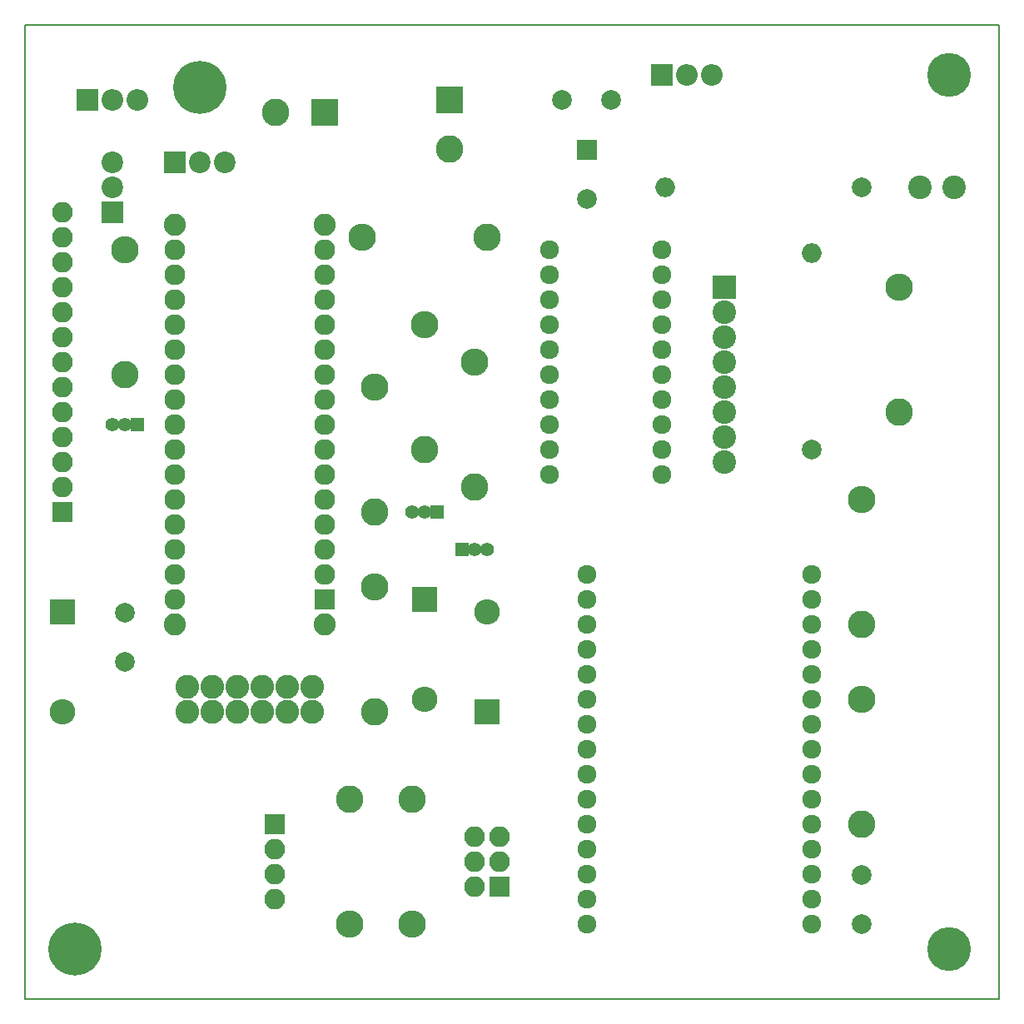
<source format=gbr>
%TF.GenerationSoftware,KiCad,Pcbnew,4.0.7*%
%TF.CreationDate,2018-09-08T06:02:45+02:00*%
%TF.ProjectId,BrauNxGen,427261754E7847656E2E6B696361645F,rev?*%
%TF.FileFunction,Soldermask,Bot*%
%FSLAX46Y46*%
G04 Gerber Fmt 4.6, Leading zero omitted, Abs format (unit mm)*
G04 Created by KiCad (PCBNEW 4.0.7) date 09/08/18 06:02:45*
%MOMM*%
%LPD*%
G01*
G04 APERTURE LIST*
%ADD10C,0.100000*%
%ADD11C,0.150000*%
%ADD12C,2.127200*%
%ADD13R,2.127200X2.127200*%
%ADD14C,2.250000*%
%ADD15C,2.000000*%
%ADD16O,2.000000X2.000000*%
%ADD17R,2.800000X2.800000*%
%ADD18C,2.800000*%
%ADD19R,2.000000X2.000000*%
%ADD20R,2.600000X2.600000*%
%ADD21O,2.600000X2.600000*%
%ADD22C,2.398980*%
%ADD23R,2.400000X2.400000*%
%ADD24C,2.400000*%
%ADD25O,2.800000X2.800000*%
%ADD26C,1.924000*%
%ADD27C,2.420000*%
%ADD28R,1.400000X1.400000*%
%ADD29C,1.400000*%
%ADD30R,2.200000X2.200000*%
%ADD31O,2.200000X2.200000*%
%ADD32C,2.200000*%
%ADD33R,2.100000X2.100000*%
%ADD34O,2.100000X2.100000*%
%ADD35C,4.464000*%
%ADD36C,5.400000*%
G04 APERTURE END LIST*
D10*
D11*
X82550000Y-130810000D02*
X82550000Y-31750000D01*
X181610000Y-130810000D02*
X82550000Y-130810000D01*
X82550000Y-31750000D02*
X181610000Y-31750000D01*
X181610000Y-130810000D02*
X181610000Y-31750000D01*
D12*
X97790000Y-90170000D03*
X97790000Y-87630000D03*
X97790000Y-85090000D03*
X97790000Y-82550000D03*
X97790000Y-80010000D03*
X97790000Y-77470000D03*
X97790000Y-74930000D03*
X97790000Y-72390000D03*
X97790000Y-69850000D03*
X97790000Y-67310000D03*
X97790000Y-64770000D03*
X97790000Y-62230000D03*
X97790000Y-59690000D03*
X97790000Y-57150000D03*
X97790000Y-54610000D03*
X113030000Y-54610000D03*
X113030000Y-57150000D03*
X113030000Y-59690000D03*
X113030000Y-62230000D03*
X113030000Y-64770000D03*
X113030000Y-67310000D03*
X113030000Y-69850000D03*
X113030000Y-72390000D03*
X113030000Y-74930000D03*
X113030000Y-77470000D03*
X113030000Y-80010000D03*
X113030000Y-82550000D03*
X113030000Y-85090000D03*
X113030000Y-87630000D03*
D13*
X113030000Y-90170000D03*
D14*
X113030000Y-92710000D03*
X97790000Y-92710000D03*
X113030000Y-52070000D03*
X97790000Y-52070000D03*
D15*
X167640000Y-123190000D03*
X167640000Y-118190000D03*
X167640000Y-48260000D03*
D16*
X147640000Y-48260000D03*
D17*
X113030000Y-40640000D03*
D18*
X108030000Y-40640000D03*
D19*
X139700000Y-44450000D03*
D15*
X139700000Y-49450000D03*
D17*
X125730000Y-39370000D03*
D18*
X125730000Y-44370000D03*
D15*
X137160000Y-39370000D03*
X142160000Y-39370000D03*
X92710000Y-96520000D03*
X92710000Y-91520000D03*
D20*
X129540000Y-101600000D03*
D21*
X129540000Y-91440000D03*
D20*
X86360000Y-91440000D03*
D21*
X86360000Y-101600000D03*
D22*
X173509940Y-48260000D03*
X177010060Y-48260000D03*
D23*
X153670000Y-58420000D03*
D24*
X153670000Y-60960000D03*
X153670000Y-63500000D03*
X153670000Y-66040000D03*
X153670000Y-68580000D03*
X153670000Y-71120000D03*
X153670000Y-73660000D03*
X153670000Y-76200000D03*
D18*
X129540000Y-53340000D03*
D25*
X116840000Y-53340000D03*
D18*
X118110000Y-81280000D03*
D25*
X118110000Y-68580000D03*
D18*
X167640000Y-113030000D03*
D25*
X167640000Y-100330000D03*
D18*
X115570000Y-110490000D03*
D25*
X115570000Y-123190000D03*
D18*
X171450000Y-71120000D03*
D25*
X171450000Y-58420000D03*
D18*
X167640000Y-92710000D03*
D25*
X167640000Y-80010000D03*
D18*
X121920000Y-110490000D03*
D25*
X121920000Y-123190000D03*
D18*
X118110000Y-101600000D03*
D25*
X118110000Y-88900000D03*
D18*
X128270000Y-78740000D03*
D25*
X128270000Y-66040000D03*
D18*
X123190000Y-74930000D03*
D25*
X123190000Y-62230000D03*
D18*
X92710000Y-67310000D03*
D25*
X92710000Y-54610000D03*
D26*
X162560000Y-123190000D03*
X162560000Y-120650000D03*
X162560000Y-118110000D03*
X162560000Y-115570000D03*
X162560000Y-113030000D03*
X162560000Y-110490000D03*
X162560000Y-107950000D03*
X162560000Y-105410000D03*
X162560000Y-102870000D03*
X162560000Y-100330000D03*
X162560000Y-97790000D03*
X162560000Y-95250000D03*
X162560000Y-92710000D03*
X162560000Y-90170000D03*
X162560000Y-87630000D03*
X139700000Y-87630000D03*
X139700000Y-90170000D03*
X139700000Y-92710000D03*
X139700000Y-95250000D03*
X139700000Y-97790000D03*
X139700000Y-100330000D03*
X139700000Y-102870000D03*
X139700000Y-105410000D03*
X139700000Y-107950000D03*
X139700000Y-110490000D03*
X139700000Y-113030000D03*
X139700000Y-115570000D03*
X139700000Y-118110000D03*
X139700000Y-120650000D03*
X139700000Y-123190000D03*
X147320000Y-77470000D03*
X147320000Y-74930000D03*
X147320000Y-72390000D03*
X147320000Y-69850000D03*
X147320000Y-67310000D03*
X147320000Y-64770000D03*
X147320000Y-62230000D03*
X147320000Y-59690000D03*
X147320000Y-57150000D03*
X147320000Y-54610000D03*
X135890000Y-54610000D03*
X135890000Y-57150000D03*
X135890000Y-59690000D03*
X135890000Y-62230000D03*
X135890000Y-64770000D03*
X135890000Y-67310000D03*
X135890000Y-69850000D03*
X135890000Y-72390000D03*
X135890000Y-74930000D03*
X135890000Y-77470000D03*
D15*
X162560000Y-74930000D03*
D16*
X162560000Y-54930000D03*
D20*
X123190000Y-90170000D03*
D21*
X123190000Y-100330000D03*
D27*
X99060000Y-101600000D03*
X101600000Y-101600000D03*
X104140000Y-101600000D03*
X106680000Y-101600000D03*
X109220000Y-101600000D03*
X111760000Y-101600000D03*
X111760000Y-99060000D03*
X109220000Y-99060000D03*
X106680000Y-99060000D03*
X104140000Y-99060000D03*
X101600000Y-99060000D03*
X99060000Y-99060000D03*
D28*
X127000000Y-85090000D03*
D29*
X128270000Y-85090000D03*
X129540000Y-85090000D03*
D28*
X124460000Y-81280000D03*
D29*
X123190000Y-81280000D03*
X121920000Y-81280000D03*
D28*
X93980000Y-72390000D03*
D29*
X92710000Y-72390000D03*
X91440000Y-72390000D03*
D30*
X88900000Y-39370000D03*
D31*
X91440000Y-39370000D03*
X93980000Y-39370000D03*
D30*
X147320000Y-36830000D03*
D31*
X149860000Y-36830000D03*
X152400000Y-36830000D03*
D30*
X91440000Y-50800000D03*
D32*
X91440000Y-48260000D03*
X91440000Y-45720000D03*
D30*
X97790000Y-45720000D03*
D32*
X100330000Y-45720000D03*
X102870000Y-45720000D03*
D33*
X130810000Y-119380000D03*
D34*
X128270000Y-119380000D03*
X130810000Y-116840000D03*
X128270000Y-116840000D03*
X130810000Y-114300000D03*
X128270000Y-114300000D03*
D33*
X107950000Y-113030000D03*
D34*
X107950000Y-115570000D03*
X107950000Y-118110000D03*
X107950000Y-120650000D03*
D33*
X86360000Y-81280000D03*
D34*
X86360000Y-78740000D03*
X86360000Y-76200000D03*
X86360000Y-73660000D03*
X86360000Y-71120000D03*
X86360000Y-68580000D03*
X86360000Y-66040000D03*
X86360000Y-63500000D03*
X86360000Y-60960000D03*
X86360000Y-58420000D03*
X86360000Y-55880000D03*
X86360000Y-53340000D03*
X86360000Y-50800000D03*
D35*
X176530000Y-36830000D03*
X176530000Y-125730000D03*
D36*
X100330000Y-38100000D03*
X87630000Y-125730000D03*
M02*

</source>
